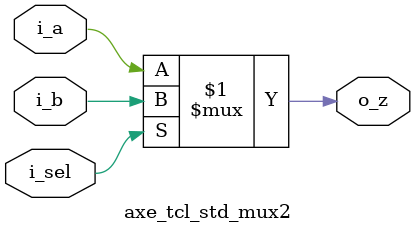
<source format=sv>


module axe_tcl_std_buffer (
  input  logic i_a,
  output logic o_z
);

  assign o_z = i_a;
endmodule


/// Combinational Inverter
///
module axe_tcl_std_inverter (
  input  logic i_a,
  output logic o_z
);

  assign o_z = ~i_a;
endmodule


/// Combinatorial 2 input AND gate
///
module axe_tcl_std_and2 (
  input  logic i_a,
  input  logic i_b,
  output logic o_z
);

  assign o_z = &{i_a, i_b};
endmodule


/// Combinatorial 3 input AND gate
///
module axe_tcl_std_and3 (
  input  logic i_a,
  input  logic i_b,
  input  logic i_c,
  output logic o_z
);

  assign o_z = &{i_a, i_b, i_c};
endmodule


/// Combinatorial 2 input NAND gate
///
module axe_tcl_std_nand2 (
  input  logic i_a,
  input  logic i_b,
  output logic o_z
);

  assign o_z = ~&{i_a, i_b};
endmodule


/// Combinatorial 3 input NAND gate
///
module axe_tcl_std_nand3 (
  input  logic i_a,
  input  logic i_b,
  input  logic i_c,
  output logic o_z
);

  assign o_z = ~&{i_a, i_b, i_c};
endmodule


/// Combinatorial 2 input OR gate
///
module axe_tcl_std_or2 (
  input  logic i_a,
  input  logic i_b,
  output logic o_z
);

  assign o_z = |{i_a, i_b};
endmodule


/// Combinatorial 3 input OR gate
///
module axe_tcl_std_or3 (
  input  logic i_a,
  input  logic i_b,
  input  logic i_c,
  output logic o_z
);

  assign o_z = |{i_a, i_b, i_c};
endmodule


/// Combinatorial 2 input NOR gate
///
module axe_tcl_std_nor2 (
  input  logic i_a,
  input  logic i_b,
  output logic o_z
);

  assign o_z = ~|{i_a, i_b};
endmodule


/// Combinatorial 3 input NOR gate
///
module axe_tcl_std_nor3 (
  input  logic i_a,
  input  logic i_b,
  input  logic i_c,
  output logic o_z
);

  assign o_z = ~|{i_a, i_b, i_c};
endmodule


/// Combinatorial 2 input XOR gate
///
module axe_tcl_std_xor2 (
  input  logic i_a,
  input  logic i_b,
  output logic o_z
);

  assign o_z = ^{i_a, i_b};
endmodule


/// Combinatorial 3 input XOR gate
///
module axe_tcl_std_xor3 (
  input  logic i_a,
  input  logic i_b,
  input  logic i_c,
  output logic o_z
);

  assign o_z = ^{i_a, i_b, i_c};
endmodule


/// Combinatorial 2 input XNOR gate
///
module axe_tcl_std_xnor2 (
  input  logic i_a,
  input  logic i_b,
  output logic o_z
);

  assign o_z = ~^{i_a, i_b};
endmodule


/// Combinatorial 3 input XNOR gate
///
module axe_tcl_std_xnor3 (
  input  logic i_a,
  input  logic i_b,
  input  logic i_c,
  output logic o_z
);

  assign o_z = ~^{i_a, i_b, i_c};
endmodule


/// Combinational 2 port Multiplexer
///
/// **Do not use for CLOCKS or RESETS!**
module axe_tcl_std_mux2 (
  input  logic i_a,
  input  logic i_b,
  input  logic i_sel,
  output logic o_z
);

  assign o_z = i_sel ? i_b : i_a;
endmodule

</source>
